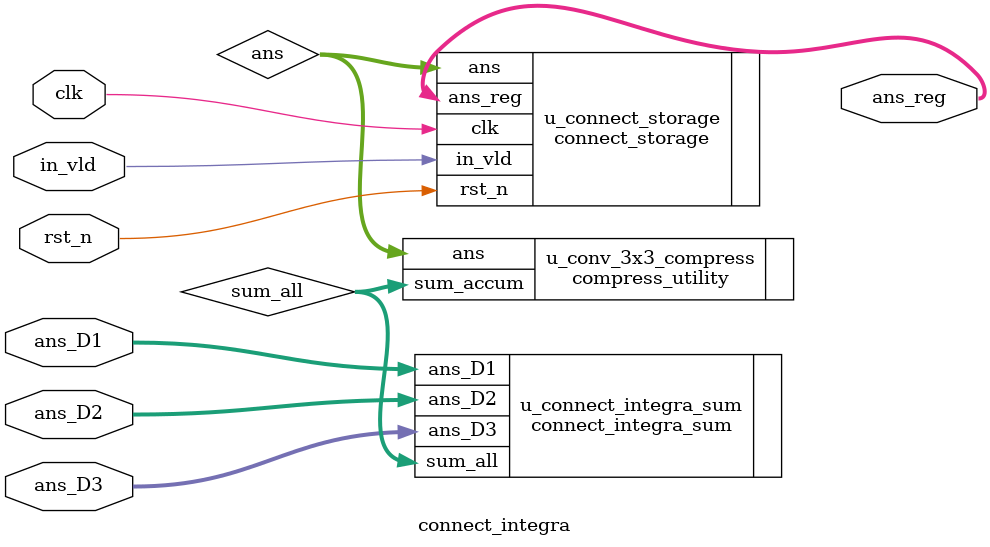
<source format=v>
`timescale 1ns/1ps
module connect_integra (
    input clk,
    input rst_n,
    input in_vld,
    input signed [20:0] ans_D1,
    input signed [20:0] ans_D2,
    input signed [20:0] ans_D3,
    output [7:0] ans_reg
);

    // sum up
    wire [20:0] sum_all;
    connect_integra_sum u_connect_integra_sum(
        .ans_D1(ans_D1),
        .ans_D2(ans_D2),
        .ans_D3(ans_D3),
        .sum_all(sum_all)
    );

    // compress
    wire [7:0] ans;
    compress_utility #(
        .SUM_WIDTH(21)
    ) u_conv_3x3_compress(
        .sum_accum(sum_all),
        .ans(ans)
    );

    // register
    connect_storage u_connect_storage(
        .clk(clk),
        .rst_n(rst_n),
        .in_vld(in_vld),
        .ans(ans),
        .ans_reg(ans_reg)
    );



endmodule

</source>
